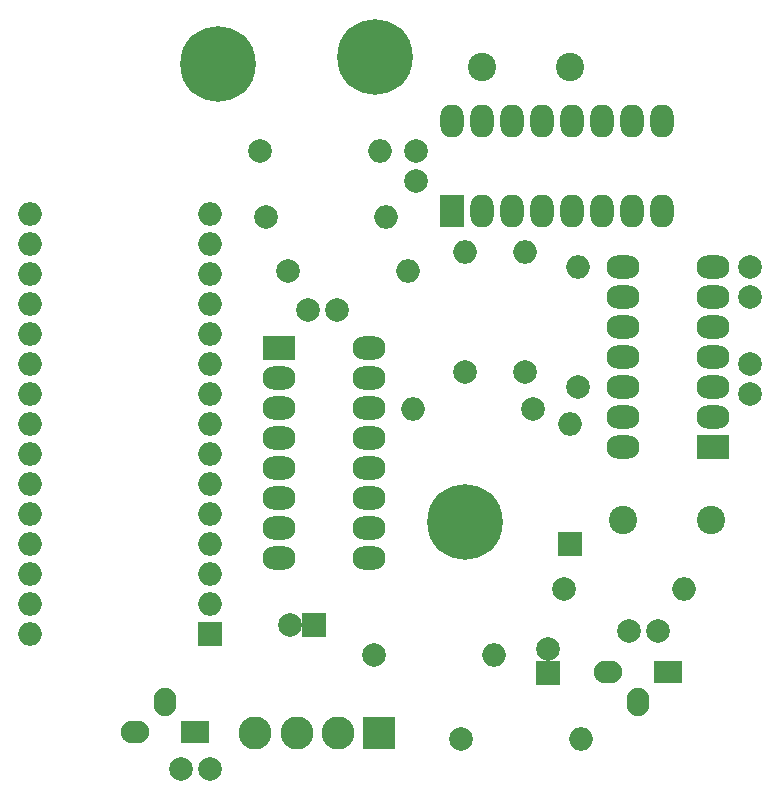
<source format=gbr>
G04 #@! TF.GenerationSoftware,KiCad,Pcbnew,(5.0.0-rc2-dev-179-gab3780148)*
G04 #@! TF.CreationDate,2018-03-20T14:47:54-05:00*
G04 #@! TF.ProjectId,conductivity_sensor,636F6E6475637469766974795F73656E,rev?*
G04 #@! TF.SameCoordinates,Original*
G04 #@! TF.FileFunction,Soldermask,Top*
G04 #@! TF.FilePolarity,Negative*
%FSLAX46Y46*%
G04 Gerber Fmt 4.6, Leading zero omitted, Abs format (unit mm)*
G04 Created by KiCad (PCBNEW (5.0.0-rc2-dev-179-gab3780148)) date 03/20/18 14:47:54*
%MOMM*%
%LPD*%
G01*
G04 APERTURE LIST*
%ADD10O,1.900000X2.400000*%
%ADD11R,2.400000X1.900000*%
%ADD12O,2.400000X1.900000*%
%ADD13C,2.000000*%
%ADD14R,2.000000X2.000000*%
%ADD15O,2.000000X2.000000*%
%ADD16R,2.000000X2.800000*%
%ADD17O,2.000000X2.800000*%
%ADD18R,2.800000X2.000000*%
%ADD19O,2.800000X2.000000*%
%ADD20C,6.400000*%
%ADD21R,2.800000X2.800000*%
%ADD22C,2.800000*%
%ADD23C,2.400000*%
G04 APERTURE END LIST*
D10*
X109855000Y-136525000D03*
D11*
X112395000Y-139065000D03*
D12*
X107315000Y-139065000D03*
D13*
X113665000Y-142240000D03*
X111165000Y-142240000D03*
D14*
X113665000Y-130810000D03*
D15*
X98425000Y-97790000D03*
X113665000Y-128270000D03*
X98425000Y-100330000D03*
X113665000Y-125730000D03*
X98425000Y-102870000D03*
X113665000Y-123190000D03*
X98425000Y-105410000D03*
X113665000Y-120650000D03*
X98425000Y-107950000D03*
X113665000Y-118110000D03*
X98425000Y-110490000D03*
X113665000Y-115570000D03*
X98425000Y-113030000D03*
X113665000Y-113030000D03*
X98425000Y-115570000D03*
X113665000Y-110490000D03*
X98425000Y-118110000D03*
X113665000Y-107950000D03*
X98425000Y-120650000D03*
X113665000Y-105410000D03*
X98425000Y-123190000D03*
X113665000Y-102870000D03*
X98425000Y-125730000D03*
X113665000Y-100330000D03*
X98425000Y-128270000D03*
X113665000Y-97790000D03*
X98425000Y-130810000D03*
X113665000Y-95250000D03*
X98425000Y-95250000D03*
D16*
X134112000Y-94996000D03*
D17*
X151892000Y-87376000D03*
X136652000Y-94996000D03*
X149352000Y-87376000D03*
X139192000Y-94996000D03*
X146812000Y-87376000D03*
X141732000Y-94996000D03*
X144272000Y-87376000D03*
X144272000Y-94996000D03*
X141732000Y-87376000D03*
X146812000Y-94996000D03*
X139192000Y-87376000D03*
X149352000Y-94996000D03*
X136652000Y-87376000D03*
X151892000Y-94996000D03*
X134112000Y-87376000D03*
D18*
X119507000Y-106553000D03*
D19*
X127127000Y-124333000D03*
X119507000Y-109093000D03*
X127127000Y-121793000D03*
X119507000Y-111633000D03*
X127127000Y-119253000D03*
X119507000Y-114173000D03*
X127127000Y-116713000D03*
X119507000Y-116713000D03*
X127127000Y-114173000D03*
X119507000Y-119253000D03*
X127127000Y-111633000D03*
X119507000Y-121793000D03*
X127127000Y-109093000D03*
X119507000Y-124333000D03*
X127127000Y-106553000D03*
D18*
X156210000Y-114935000D03*
D19*
X148590000Y-99695000D03*
X156210000Y-112395000D03*
X148590000Y-102235000D03*
X156210000Y-109855000D03*
X148590000Y-104775000D03*
X156210000Y-107315000D03*
X148590000Y-107315000D03*
X156210000Y-104775000D03*
X148590000Y-109855000D03*
X156210000Y-102235000D03*
X148590000Y-112395000D03*
X156210000Y-99695000D03*
X148590000Y-114935000D03*
D13*
X135255000Y-108585000D03*
D15*
X135255000Y-98425000D03*
D13*
X140335000Y-108585000D03*
D15*
X140335000Y-98425000D03*
D13*
X118364000Y-95504000D03*
D15*
X128524000Y-95504000D03*
D13*
X120269000Y-100076000D03*
D15*
X130429000Y-100076000D03*
D13*
X127508000Y-132588000D03*
D15*
X137668000Y-132588000D03*
D13*
X143637000Y-127000000D03*
D15*
X153797000Y-127000000D03*
D13*
X140970000Y-111760000D03*
D15*
X130810000Y-111760000D03*
D13*
X144780000Y-109855000D03*
D15*
X144780000Y-99695000D03*
D13*
X117856000Y-89916000D03*
D15*
X128016000Y-89916000D03*
D13*
X134874000Y-139700000D03*
D15*
X145034000Y-139700000D03*
D20*
X127635000Y-81915000D03*
X135255000Y-121285000D03*
X114300000Y-82550000D03*
D21*
X127960000Y-139192000D03*
D22*
X124460000Y-139192000D03*
X120960000Y-139192000D03*
X117460000Y-139192000D03*
D14*
X144145000Y-123190000D03*
D15*
X144145000Y-113030000D03*
D10*
X149860000Y-136525000D03*
D11*
X152400000Y-133985000D03*
D12*
X147320000Y-133985000D03*
D23*
X148590000Y-121158000D03*
X156090000Y-121158000D03*
D13*
X159385000Y-102235000D03*
X159385000Y-99735000D03*
X131064000Y-89916000D03*
X131064000Y-92416000D03*
D23*
X144145000Y-82804000D03*
X136645000Y-82804000D03*
D13*
X124420000Y-103378000D03*
X121920000Y-103378000D03*
X159385000Y-107950000D03*
X159385000Y-110450000D03*
X151598000Y-130556000D03*
X149098000Y-130556000D03*
D14*
X122428000Y-130048000D03*
D13*
X120428000Y-130048000D03*
D14*
X142240000Y-134080000D03*
D13*
X142240000Y-132080000D03*
M02*

</source>
